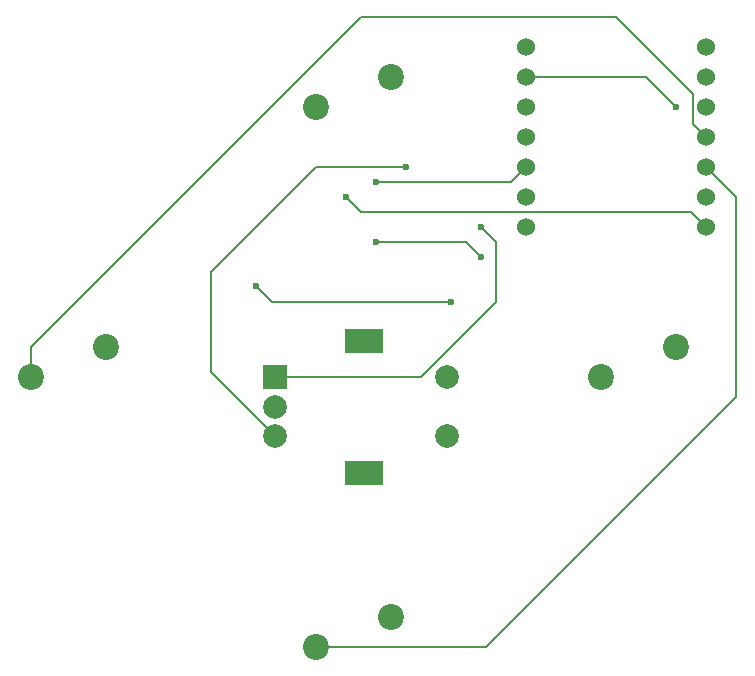
<source format=gbr>
%TF.GenerationSoftware,KiCad,Pcbnew,9.0.5*%
%TF.CreationDate,2025-11-19T17:56:50+08:00*%
%TF.ProjectId,Hackpad Project,4861636b-7061-4642-9050-726f6a656374,rev?*%
%TF.SameCoordinates,Original*%
%TF.FileFunction,Copper,L2,Bot*%
%TF.FilePolarity,Positive*%
%FSLAX46Y46*%
G04 Gerber Fmt 4.6, Leading zero omitted, Abs format (unit mm)*
G04 Created by KiCad (PCBNEW 9.0.5) date 2025-11-19 17:56:50*
%MOMM*%
%LPD*%
G01*
G04 APERTURE LIST*
%TA.AperFunction,ComponentPad*%
%ADD10C,1.524000*%
%TD*%
%TA.AperFunction,ComponentPad*%
%ADD11C,2.200000*%
%TD*%
%TA.AperFunction,ComponentPad*%
%ADD12R,2.000000X2.000000*%
%TD*%
%TA.AperFunction,ComponentPad*%
%ADD13C,2.000000*%
%TD*%
%TA.AperFunction,ComponentPad*%
%ADD14R,3.200000X2.000000*%
%TD*%
%TA.AperFunction,ViaPad*%
%ADD15C,0.600000*%
%TD*%
%TA.AperFunction,Conductor*%
%ADD16C,0.200000*%
%TD*%
G04 APERTURE END LIST*
D10*
%TO.P,U1,1,GPIO26/ADC0/A0*%
%TO.N,unconnected-(U1-GPIO26{slash}ADC0{slash}A0-Pad1)*%
X123190000Y-54610000D03*
%TO.P,U1,2,GPIO27/ADC1/A1*%
%TO.N,Net-(U1-GPIO27{slash}ADC1{slash}A1)*%
X123190000Y-57150000D03*
%TO.P,U1,3,GPIO28/ADC2/A2*%
%TO.N,Net-(U1-GPIO28{slash}ADC2{slash}A2)*%
X123190000Y-59690000D03*
%TO.P,U1,4,GPIO29/ADC3/A3*%
%TO.N,Net-(U1-GPIO29{slash}ADC3{slash}A3)*%
X123190000Y-62230000D03*
%TO.P,U1,5,GPIO6/SDA*%
%TO.N,Net-(D1-DIN)*%
X123190000Y-64770000D03*
%TO.P,U1,6,GPIO7/SCL*%
%TO.N,unconnected-(U1-GPIO7{slash}SCL-Pad6)*%
X123190000Y-67310000D03*
%TO.P,U1,7,GPIO0/TX*%
%TO.N,unconnected-(U1-GPIO0{slash}TX-Pad7)*%
X123190000Y-69850000D03*
%TO.P,U1,8,GPIO1/RX*%
%TO.N,Net-(U1-GPIO1{slash}RX)*%
X138430000Y-69850000D03*
%TO.P,U1,9,GPIO2/SCK*%
%TO.N,Net-(U1-GPIO2{slash}SCK)*%
X138430000Y-67310000D03*
%TO.P,U1,10,GPIO4/MISO*%
%TO.N,Net-(U1-GPIO4{slash}MISO)*%
X138430000Y-64770000D03*
%TO.P,U1,11,GPIO3/MOSI*%
%TO.N,Net-(U1-GPIO3{slash}MOSI)*%
X138430000Y-62230000D03*
%TO.P,U1,12,3V3*%
%TO.N,unconnected-(U1-3V3-Pad12)*%
X138430000Y-59690000D03*
%TO.P,U1,13,GND*%
%TO.N,GND*%
X138430000Y-57150000D03*
%TO.P,U1,14,VBUS*%
%TO.N,+5V*%
X138430000Y-54610000D03*
%TD*%
D11*
%TO.P,SW2,1,1*%
%TO.N,GND*%
X135890000Y-80010000D03*
%TO.P,SW2,2,2*%
%TO.N,Net-(U1-GPIO2{slash}SCK)*%
X129540000Y-82550000D03*
%TD*%
D12*
%TO.P,SW5,A,A*%
%TO.N,Net-(U1-GPIO29{slash}ADC3{slash}A3)*%
X101970000Y-82590000D03*
D13*
%TO.P,SW5,B,B*%
%TO.N,Net-(U1-GPIO28{slash}ADC2{slash}A2)*%
X101970000Y-87590000D03*
%TO.P,SW5,C,C*%
%TO.N,GND*%
X101970000Y-85090000D03*
D14*
%TO.P,SW5,MP*%
%TO.N,N/C*%
X109470000Y-79490000D03*
X109470000Y-90690000D03*
D13*
%TO.P,SW5,S1,S1*%
%TO.N,GND*%
X116470000Y-87590000D03*
%TO.P,SW5,S2,S2*%
%TO.N,Net-(U1-GPIO27{slash}ADC1{slash}A1)*%
X116470000Y-82590000D03*
%TD*%
D11*
%TO.P,SW4,1,1*%
%TO.N,GND*%
X87630000Y-80010000D03*
%TO.P,SW4,2,2*%
%TO.N,Net-(U1-GPIO3{slash}MOSI)*%
X81280000Y-82550000D03*
%TD*%
%TO.P,SW1,1,1*%
%TO.N,GND*%
X111760000Y-57150000D03*
%TO.P,SW1,2,2*%
%TO.N,Net-(U1-GPIO1{slash}RX)*%
X105410000Y-59690000D03*
%TD*%
%TO.P,SW3,1,1*%
%TO.N,GND*%
X111760000Y-102870000D03*
%TO.P,SW3,2,2*%
%TO.N,Net-(U1-GPIO4{slash}MISO)*%
X105410000Y-105410000D03*
%TD*%
D15*
%TO.N,Net-(D1-DOUT)*%
X100330000Y-74879998D03*
X116840000Y-76200000D03*
%TO.N,Net-(D1-DIN)*%
X110490000Y-66040000D03*
%TO.N,+5V*%
X110490000Y-71120000D03*
X119380000Y-72390000D03*
%TO.N,Net-(U1-GPIO1{slash}RX)*%
X107950000Y-67310000D03*
%TO.N,Net-(U1-GPIO28{slash}ADC2{slash}A2)*%
X113030000Y-64770000D03*
%TO.N,Net-(U1-GPIO29{slash}ADC3{slash}A3)*%
X119380000Y-69850000D03*
%TO.N,Net-(U1-GPIO27{slash}ADC1{slash}A1)*%
X135890000Y-59690000D03*
%TD*%
D16*
%TO.N,Net-(D1-DOUT)*%
X101650002Y-76200000D02*
X116840000Y-76200000D01*
X100330000Y-74879998D02*
X101650002Y-76200000D01*
%TO.N,Net-(D1-DIN)*%
X110490000Y-66040000D02*
X121920000Y-66040000D01*
X121920000Y-66040000D02*
X123190000Y-64770000D01*
%TO.N,+5V*%
X118110000Y-71120000D02*
X119380000Y-72390000D01*
X110490000Y-71120000D02*
X118110000Y-71120000D01*
%TO.N,Net-(U1-GPIO1{slash}RX)*%
X138430000Y-69850000D02*
X137160000Y-68580000D01*
X137160000Y-68580000D02*
X109220000Y-68580000D01*
X109220000Y-68580000D02*
X107950000Y-67310000D01*
%TO.N,Net-(U1-GPIO4{slash}MISO)*%
X140970000Y-67310000D02*
X138430000Y-64770000D01*
X105410000Y-105410000D02*
X119808470Y-105410000D01*
X140970000Y-84248470D02*
X140970000Y-67310000D01*
X119808470Y-105410000D02*
X140970000Y-84248470D01*
%TO.N,Net-(U1-GPIO3{slash}MOSI)*%
X138430000Y-62230000D02*
X137367000Y-61167000D01*
X81280000Y-80010000D02*
X81280000Y-82550000D01*
X137367000Y-58627000D02*
X130810000Y-52070000D01*
X109220000Y-52070000D02*
X81280000Y-80010000D01*
X137367000Y-61167000D02*
X137367000Y-58627000D01*
X130810000Y-52070000D02*
X109220000Y-52070000D01*
%TO.N,Net-(U1-GPIO28{slash}ADC2{slash}A2)*%
X113030000Y-64770000D02*
X105410000Y-64770000D01*
X96520000Y-73660000D02*
X96520000Y-82140000D01*
X105410000Y-64770000D02*
X96520000Y-73660000D01*
X96520000Y-82140000D02*
X101970000Y-87590000D01*
%TO.N,Net-(U1-GPIO29{slash}ADC3{slash}A3)*%
X119380000Y-69850000D02*
X120650000Y-71120000D01*
X120650000Y-71120000D02*
X120650000Y-76200000D01*
X114260000Y-82590000D02*
X101970000Y-82590000D01*
X120650000Y-76200000D02*
X114260000Y-82590000D01*
%TO.N,Net-(U1-GPIO27{slash}ADC1{slash}A1)*%
X135890000Y-59690000D02*
X133350000Y-57150000D01*
X133350000Y-57150000D02*
X123190000Y-57150000D01*
%TD*%
M02*

</source>
